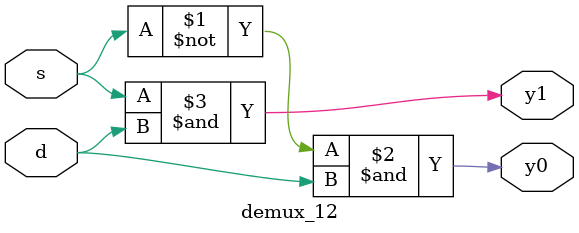
<source format=v>
`timescale 1ns / 1ps
module demux_12(s,d,y0,y1);
input s,d;
output y0,y1;
assign y0=(~s)&d;
assign y1=s&d;
endmodule

</source>
